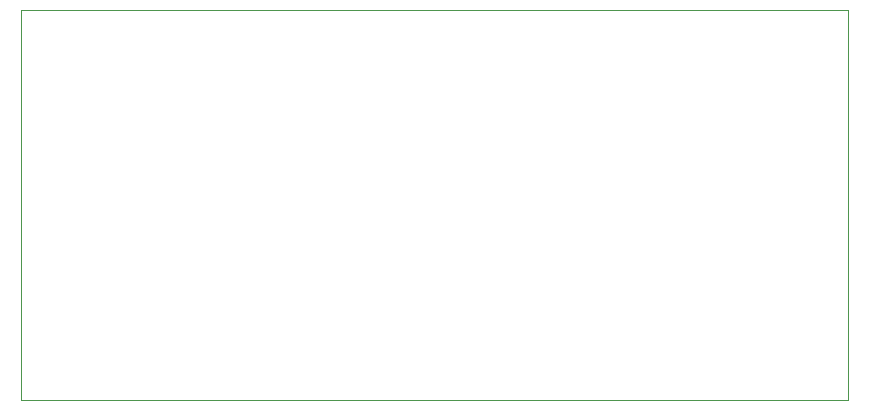
<source format=gbr>
G04 #@! TF.GenerationSoftware,KiCad,Pcbnew,5.1.4+dfsg1-1*
G04 #@! TF.CreationDate,2020-04-11T12:55:28-07:00*
G04 #@! TF.ProjectId,esp32_sensornode,65737033-325f-4736-956e-736f726e6f64,rev?*
G04 #@! TF.SameCoordinates,Original*
G04 #@! TF.FileFunction,Profile,NP*
%FSLAX46Y46*%
G04 Gerber Fmt 4.6, Leading zero omitted, Abs format (unit mm)*
G04 Created by KiCad (PCBNEW 5.1.4+dfsg1-1) date 2020-04-11 12:55:28*
%MOMM*%
%LPD*%
G04 APERTURE LIST*
%ADD10C,0.050000*%
G04 APERTURE END LIST*
D10*
X50000000Y-42000000D02*
X50000000Y-75000000D01*
X120000000Y-75000000D02*
X50000000Y-75000000D01*
X120000000Y-42000000D02*
X120000000Y-75000000D01*
X50000000Y-42000000D02*
X120000000Y-42000000D01*
M02*

</source>
